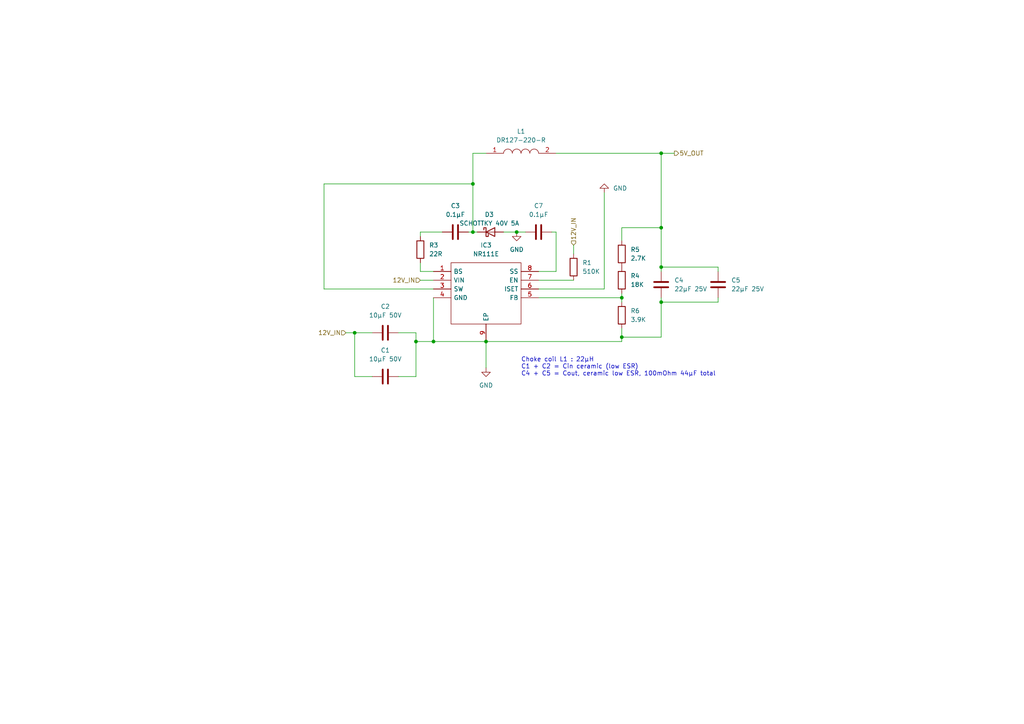
<source format=kicad_sch>
(kicad_sch (version 20230121) (generator eeschema)
  (paper "A4")
  (lib_symbols
    (symbol "Device:C" (pin_numbers hide) (pin_names (offset 0.254))
      (property "Reference" "C" (at 0.635 2.54 0))
      (property "Value" "C" (at 0.635 -2.54 0))
      (symbol "C_0_1"
        (polyline (pts (xy -2.032 -0.762) (xy 2.032 -0.762)) (stroke (width 0.508)))
        (polyline (pts (xy -2.032 0.762) (xy 2.032 0.762)) (stroke (width 0.508)))
      )
      (symbol "C_1_1"
        (pin passive line (at 0 3.81 270) (length 2.794) (name "~") (number "1"))
        (pin passive line (at 0 -3.81 90) (length 2.794) (name "~") (number "2"))
      )
    )
    (symbol "Device:D_Schottky" (pin_numbers hide) (pin_names (offset 1.016) hide)
      (property "Reference" "D" (at 0 2.54 0))
      (property "Value" "D_Schottky" (at 0 -2.54 0))
      (symbol "D_Schottky_0_1"
        (polyline (pts (xy 1.27 0) (xy -1.27 0)))
        (polyline (pts (xy 1.27 1.27) (xy 1.27 -1.27) (xy -1.27 0) (xy 1.27 1.27)) (stroke (width 0.254)))
        (polyline (pts (xy -1.905 0.635) (xy -1.905 1.27) (xy -1.27 1.27) (xy -1.27 -1.27) (xy -0.635 -1.27) (xy -0.635 -0.635)) (stroke (width 0.254)))
      )
      (symbol "D_Schottky_1_1"
        (pin passive line (at -3.81 0 0) (length 2.54) (name "K") (number "1"))
        (pin passive line (at 3.81 0 180) (length 2.54) (name "A") (number "2"))
      )
    )
    (symbol "Device:R" (pin_numbers hide) (pin_names (offset 0))
      (property "Reference" "R" (at 2.032 0 90))
      (property "Value" "R" (at 0 0 90))
      (symbol "R_0_1"
        (rectangle (start -1.016 -2.54) (end 1.016 2.54) (stroke (width 0.254)))
      )
      (symbol "R_1_1"
        (pin passive line (at 0 3.81 270) (length 1.27) (name "~") (number "1"))
        (pin passive line (at 0 -3.81 90) (length 1.27) (name "~") (number "2"))
      )
    )
    (symbol "SamacSys_Parts:DR127-220-R" (pin_names (offset 0.762))
      (property "Reference" "L" (at 16.51 6.35 0))
      (property "Value" "DR127-220-R" (at 16.51 3.81 0))
      (symbol "DR127-220-R_0_0"
        (pin passive line (at 0 0 0) (length 5.08) (name "~") (number "1"))
        (pin passive line (at 20.32 0 180) (length 5.08) (name "~") (number "2"))
      )
      (symbol "DR127-220-R_0_1"
        (arc (start 7.62 0) (mid 6.35 1.2202) (end 5.08 0) (stroke (width 0.1524)))
        (arc (start 10.16 0) (mid 8.89 1.2202) (end 7.62 0) (stroke (width 0.1524)))
        (arc (start 12.7 0) (mid 11.43 1.2202) (end 10.16 0) (stroke (width 0.1524)))
        (arc (start 15.24 0) (mid 13.97 1.2202) (end 12.7 0) (stroke (width 0.1524)))
      )
    )
    (symbol "SamacSys_Parts:NR111E" (pin_names (offset 0.762))
      (property "Reference" "IC" (at 26.67 7.62 0))
      (property "Value" "NR111E" (at 26.67 5.08 0))
      (symbol "NR111E_0_0"
        (pin passive line (at 0 0 0) (length 5.08) (name "BS") (number "1"))
        (pin passive line (at 0 -2.54 0) (length 5.08) (name "VIN") (number "2"))
        (pin passive line (at 0 -5.08 0) (length 5.08) (name "SW") (number "3"))
        (pin passive line (at 0 -7.62 0) (length 5.08) (name "GND") (number "4"))
        (pin passive line (at 30.48 -7.62 180) (length 5.08) (name "FB") (number "5"))
        (pin passive line (at 30.48 -5.08 180) (length 5.08) (name "ISET") (number "6"))
        (pin passive line (at 30.48 -2.54 180) (length 5.08) (name "EN") (number "7"))
        (pin passive line (at 30.48 0 180) (length 5.08) (name "SS") (number "8"))
        (pin passive line (at 15.24 -20.32 90) (length 5.08) (name "EP") (number "9"))
      )
      (symbol "NR111E_0_1"
        (polyline (pts (xy 5.08 2.54) (xy 25.4 2.54) (xy 25.4 -15.24) (xy 5.08 -15.24) (xy 5.08 2.54)) (stroke (width 0.1524)))
      )
    )
    (symbol "power:GND" (power) (pin_names (offset 0))
      (property "Value" "GND" (at 0 -3.81 0))
      (symbol "GND_0_1"
        (polyline (pts (xy 0 0) (xy 0 -1.27) (xy 1.27 -1.27) (xy 0 -2.54) (xy -1.27 -1.27) (xy 0 -1.27)))
      )
      (symbol "GND_1_1"
        (pin power_in line (at 0 0 270) (length 0) hide (name "GND") (number "1"))
      )
    )
  )
  (junction (at 149.86 67.31))
  (junction (at 180.34 86.36))
  (junction (at 120.65 99.06))
  (junction (at 140.97 99.06))
  (junction (at 137.16 53.34))
  (junction (at 191.77 44.45))
  (junction (at 102.87 96.52))
  (junction (at 191.77 66.04))
  (junction (at 125.73 99.06))
  (junction (at 191.77 87.63))
  (junction (at 191.77 77.47))
  (junction (at 137.16 67.31))
  (junction (at 180.34 97.79))
  (wire (pts (xy 191.77 87.63) (xy 208.28 87.63)))
  (wire (pts (xy 191.77 44.45) (xy 191.77 66.04)))
  (wire (pts (xy 156.21 81.28) (xy 166.37 81.28)))
  (wire (pts (xy 149.86 67.31) (xy 152.4 67.31)))
  (wire (pts (xy 191.77 87.63) (xy 191.77 97.79)))
  (wire (pts (xy 191.77 97.79) (xy 180.34 97.79)))
  (wire (pts (xy 166.37 71.12) (xy 166.37 73.66)))
  (wire (pts (xy 120.65 99.06) (xy 125.73 99.06)))
  (wire (pts (xy 140.97 99.06) (xy 140.97 106.68)))
  (wire (pts (xy 161.29 44.45) (xy 191.77 44.45)))
  (wire (pts (xy 125.73 78.74) (xy 121.92 78.74)))
  (wire (pts (xy 102.87 96.52) (xy 102.87 109.22)))
  (wire (pts (xy 121.92 78.74) (xy 121.92 76.2)))
  (wire (pts (xy 156.21 86.36) (xy 180.34 86.36)))
  (wire (pts (xy 120.65 99.06) (xy 120.65 109.22)))
  (wire (pts (xy 175.26 55.88) (xy 175.26 83.82)))
  (wire (pts (xy 102.87 109.22) (xy 107.95 109.22)))
  (wire (pts (xy 180.34 85.09) (xy 180.34 86.36)))
  (wire (pts (xy 175.26 83.82) (xy 156.21 83.82)))
  (wire (pts (xy 125.73 99.06) (xy 140.97 99.06)))
  (wire (pts (xy 125.73 86.36) (xy 125.73 99.06)))
  (wire (pts (xy 115.57 96.52) (xy 120.65 96.52)))
  (wire (pts (xy 100.33 96.52) (xy 102.87 96.52)))
  (wire (pts (xy 161.29 67.31) (xy 160.02 67.31)))
  (wire (pts (xy 107.95 96.52) (xy 102.87 96.52)))
  (wire (pts (xy 180.34 86.36) (xy 180.34 87.63)))
  (wire (pts (xy 180.34 97.79) (xy 180.34 95.25)))
  (wire (pts (xy 93.98 53.34) (xy 137.16 53.34)))
  (wire (pts (xy 140.97 44.45) (xy 137.16 44.45)))
  (wire (pts (xy 137.16 53.34) (xy 137.16 67.31)))
  (wire (pts (xy 180.34 69.85) (xy 180.34 66.04)))
  (wire (pts (xy 115.57 109.22) (xy 120.65 109.22)))
  (wire (pts (xy 180.34 99.06) (xy 180.34 97.79)))
  (wire (pts (xy 191.77 77.47) (xy 208.28 77.47)))
  (wire (pts (xy 161.29 78.74) (xy 161.29 67.31)))
  (wire (pts (xy 140.97 99.06) (xy 180.34 99.06)))
  (wire (pts (xy 191.77 44.45) (xy 195.58 44.45)))
  (wire (pts (xy 191.77 77.47) (xy 191.77 78.74)))
  (wire (pts (xy 191.77 86.36) (xy 191.77 87.63)))
  (wire (pts (xy 121.92 68.58) (xy 121.92 67.31)))
  (wire (pts (xy 93.98 83.82) (xy 93.98 53.34)))
  (wire (pts (xy 191.77 66.04) (xy 191.77 77.47)))
  (wire (pts (xy 137.16 44.45) (xy 137.16 53.34)))
  (wire (pts (xy 208.28 78.74) (xy 208.28 77.47)))
  (wire (pts (xy 125.73 83.82) (xy 93.98 83.82)))
  (wire (pts (xy 208.28 86.36) (xy 208.28 87.63)))
  (wire (pts (xy 120.65 96.52) (xy 120.65 99.06)))
  (wire (pts (xy 135.89 67.31) (xy 137.16 67.31)))
  (wire (pts (xy 156.21 78.74) (xy 161.29 78.74)))
  (wire (pts (xy 121.92 81.28) (xy 125.73 81.28)))
  (wire (pts (xy 146.05 67.31) (xy 149.86 67.31)))
  (wire (pts (xy 121.92 67.31) (xy 128.27 67.31)))
  (wire (pts (xy 180.34 66.04) (xy 191.77 66.04)))
  (wire (pts (xy 137.16 67.31) (xy 138.43 67.31)))
  (text "Choke coil L1 : 22µH\nC1 + C2 = Cin ceramic (low ESR)\nC4 + C5 = Cout, ceramic low ESR, 100mOhm 44µF total\n" (at 151.13 109.22 0) (effects (font (size 1.27 1.27)) (justify left bottom)))
  (hierarchical_label "12V_IN" (shape input) (at 100.33 96.52 180))
  (hierarchical_label "12V_IN" (shape input) (at 121.92 81.28 180))
  (hierarchical_label "5V_OUT" (shape output) (at 195.58 44.45 0))
  (hierarchical_label "12V_IN" (shape input) (at 166.37 71.12 90))
  (symbol (lib_id "power:GND") (at 175.26 55.88 180) (unit 1)
    (property "Reference" "#PWR032" (effects hide))
    (property "Value" "GND" (at 177.8 54.6099 0) (effects (justify right)))
    (instances (project "DashSpy" (path "" (reference "#PWR032") (unit 1))) (project "VXDash" (path "" (reference "#PWR07") (unit 1)) (path "" (reference "#PWR014") (unit 1))))
  )
  (symbol (lib_id "Device:R") (at 180.34 91.44 180) (unit 1)
    (property "Reference" "R6" (at 182.88 90.1699 0) (effects (justify right)))
    (property "Value" "3.9K" (at 182.88 92.7099 0) (effects (justify right)))
    (property "Footprint" "Resistor_SMD:R_0603_1608Metric" (effects hide))
    (property "Datasheet" "https://www.yageo.com/upload/media/product/productsearch/datasheet/rchip/PYu-RC_Group_51_RoHS_L_12.pdf" (effects hide))
    (property "Manufacturer_Part_Number" "RC0603FR-073K9L" (effects hide))
    (property "Manufacturer_Name" "Yageo" (effects hide))
    (property "Description" "RES 3.9K OHM 1% 1/10W 0603" (effects hide))
    (instances (project "DashSpy" (path "" (reference "R6") (unit 1))) (project "VXDash" (path "" (reference "R5") (unit 1)) (path "" (reference "R10") (unit 1))))
  )
  (symbol (lib_id "power:GND") (at 140.97 106.68 0) (unit 1)
    (property "Reference" "#PWR027" (effects hide))
    (property "Value" "GND" (at 140.97 111.76 0))
    (instances (project "DashSpy" (path "" (reference "#PWR027") (unit 1))) (project "VXDash" (path "" (reference "#PWR05") (unit 1)) (path "" (reference "#PWR012") (unit 1))))
  )
  (symbol (lib_id "Device:C") (at 132.08 67.31 90) (unit 1)
    (property "Reference" "C3" (at 132.08 59.69 90))
    (property "Value" "0.1µF" (at 132.08 62.23 90))
    (property "Footprint" "Capacitor_SMD:C_0603_1608Metric" (effects hide))
    (property "Datasheet" "https://media.digikey.com/pdf/Data%20Sheets/Samsung%20PDFs/CL10B104KB8NNWC_Spec.pdf" (effects hide))
    (property "Manufacturer_Part_Number" "CL10B104KB8NNWC" (effects hide))
    (property "Manufacturer_Name" "Samsung" (effects hide))
    (property "Description" "CAP CER 0.1UF 50V X7R 0603" (effects hide))
    (instances (project "DashSpy" (path "" (reference "C3") (unit 1))) (project "VXDash" (path "" (reference "C7") (unit 1)) (path "" (reference "C13") (unit 1))))
  )
  (symbol (lib_id "Device:D_Schottky") (at 142.24 67.31 0) (unit 1)
    (property "Reference" "D3" (at 141.9225 62.23 0))
    (property "Value" "SCHOTTKY 40V 5A" (at 141.9225 64.77 0))
    (property "Footprint" "Diode_SMD:D_SOD-128" (effects hide))
    (property "Datasheet" "https://assets.nexperia.com/documents/data-sheet/PMEG4050EP.pdf" (effects hide))
    (property "Manufacturer_Part_Number" "PMEG4050EP,115" (effects hide))
    (property "Manufacturer_Name" "Nexperia" (effects hide))
    (property "Description" "DIODE SCHOTTKY 40V 5A SOD128" (effects hide))
    (instances (project "DashSpy" (path "" (reference "D3") (unit 1))) (project "VXDash" (path "" (reference "D1") (unit 1)) (path "" (reference "D4") (unit 1))))
  )
  (symbol (lib_id "power:GND") (at 149.86 67.31 0) (unit 1)
    (property "Reference" "#PWR028" (effects hide))
    (property "Value" "GND" (at 149.86 72.39 0))
    (instances (project "DashSpy" (path "" (reference "#PWR028") (unit 1))) (project "VXDash" (path "" (reference "#PWR06") (unit 1)) (path "" (reference "#PWR013") (unit 1))))
  )
  (symbol (lib_id "Device:R") (at 180.34 73.66 0) (unit 1)
    (property "Reference" "R5" (at 182.88 72.3899 0) (effects (justify left)))
    (property "Value" "2.7K" (at 182.88 74.9299 0) (effects (justify left)))
    (property "Footprint" "Resistor_SMD:R_0603_1608Metric" (effects hide))
    (property "Datasheet" "https://www.yageo.com/upload/media/product/productsearch/datasheet/rchip/PYu-RC_Group_51_RoHS_L_12.pdf" (effects hide))
    (property "Manufacturer_Part_Number" "RC0603FR-072K7L" (effects hide))
    (property "Manufacturer_Name" "Yageo" (effects hide))
    (property "Description" "RES 2.7K OHM 1% 1/10W 0603" (effects hide))
    (instances (project "DashSpy" (path "" (reference "R5") (unit 1))) (project "VXDash" (path "" (reference "R3") (unit 1)) (path "" (reference "R8") (unit 1))))
  )
  (symbol (lib_id "Device:C") (at 111.76 109.22 90) (unit 1)
    (property "Reference" "C1" (at 111.76 101.6 90))
    (property "Value" "10µF 50V" (at 111.76 104.14 90))
    (property "Footprint" "Capacitor_SMD:C_1206_3216Metric" (effects hide))
    (property "Datasheet" "https://media.digikey.com/pdf/Data%20Sheets/Samsung%20PDFs/CL31B106KBHNNNE_Spec.pdf" (effects hide))
    (property "Manufacturer_Part_Number" "CL31B106KBHNNNE" (effects hide))
    (property "Manufacturer_Name" "Samsung" (effects hide))
    (property "Description" "CAP CER 10UF 50V X7R 1206" (effects hide))
    (instances (project "DashSpy" (path "" (reference "C1") (unit 1))) (project "VXDash" (path "" (reference "C6") (unit 1)) (path "" (reference "C12") (unit 1))))
  )
  (symbol (lib_id "Device:R") (at 166.37 77.47 0) (unit 1)
    (property "Reference" "R1" (at 168.91 76.1999 0) (effects (justify left)))
    (property "Value" "510K" (at 168.91 78.7399 0) (effects (justify left)))
    (property "Footprint" "Resistor_SMD:R_0603_1608Metric" (effects hide))
    (property "Datasheet" "https://www.koaspeer.com/pdfs/RK73B.pdf" (effects hide))
    (property "Description" "510kOhm 1% 1/10W" (effects hide))
    (instances (project "DashSpy" (path "" (reference "R1") (unit 1))) (project "VXDash" (path "" (reference "R2") (unit 1)) (path "" (reference "R7") (unit 1))))
  )
  (symbol (lib_id "Device:R") (at 121.92 72.39 180) (unit 1)
    (property "Reference" "R3" (at 124.46 71.1199 0) (effects (justify right)))
    (property "Value" "22R" (at 124.46 73.6599 0) (effects (justify right)))
    (property "Footprint" "Resistor_SMD:R_0603_1608Metric" (effects hide))
    (property "Datasheet" "https://www.yageo.com/upload/media/product/productsearch/datasheet/rchip/PYu-RC_Group_51_RoHS_L_12.pdf" (effects hide))
    (property "Manufacturer_Part_Number" "RC0603FR-0722RL" (effects hide))
    (property "Manufacturer_Name" "Yageo" (effects hide))
    (property "Description" "RES 22 OHM 1% 1/10W 0603" (effects hide))
    (instances (project "DashSpy" (path "" (reference "R3") (unit 1))) (project "VXDash" (path "" (reference "R1") (unit 1)) (path "" (reference "R6") (unit 1))))
  )
  (symbol (lib_id "Device:C") (at 191.77 82.55 0) (unit 1)
    (property "Reference" "C4" (at 195.58 81.2799 0) (effects (justify left)))
    (property "Value" "22µF 25V" (at 195.58 83.8199 0) (effects (justify left)))
    (property "Footprint" "Capacitor_SMD:C_1210_3225Metric" (effects hide))
    (property "Datasheet" "https://media.digikey.com/pdf/Data%20Sheets/Taiyo%20Yuden%20PDFs%20URL%20links/TMK325B7226KM-PR_SS.pdf" (effects hide))
    (property "Manufacturer_Part_Number" "TMK325B7226KM-PR" (effects hide))
    (property "Manufacturer_Name" "Taiyo" (effects hide))
    (property "Description" "CAP CER 22UF 25V X7R 1210" (effects hide))
    (instances (project "DashSpy" (path "" (reference "C4") (unit 1))) (project "VXDash" (path "" (reference "C9") (unit 1)) (path "" (reference "C15") (unit 1))))
  )
  (symbol (lib_id "Device:R") (at 180.34 81.28 0) (unit 1)
    (property "Reference" "R4" (at 182.88 80.0099 0) (effects (justify left)))
    (property "Value" "18K" (at 182.88 82.5499 0) (effects (justify left)))
    (property "Footprint" "Resistor_SMD:R_0603_1608Metric" (effects hide))
    (property "Datasheet" "https://www.yageo.com/upload/media/product/productsearch/datasheet/rchip/PYu-RC_Group_51_RoHS_L_12.pdf" (effects hide))
    (property "Manufacturer_Part_Number" "RC0603FR-0718KL" (effects hide))
    (property "Manufacturer_Name" "Yageo" (effects hide))
    (property "Description" "RES 18K OHM 1% 1/10W 0603" (effects hide))
    (instances (project "DashSpy" (path "" (reference "R4") (unit 1))) (project "VXDash" (path "" (reference "R4") (unit 1)) (path "" (reference "R9") (unit 1))))
  )
  (symbol (lib_id "Device:C") (at 111.76 96.52 90) (unit 1)
    (property "Reference" "C2" (at 111.76 88.9 90))
    (property "Value" "10µF 50V" (at 111.76 91.44 90))
    (property "Footprint" "Capacitor_SMD:C_1206_3216Metric" (effects hide))
    (property "Datasheet" "https://media.digikey.com/pdf/Data%20Sheets/Samsung%20PDFs/CL31B106KBHNNNE_Spec.pdf" (effects hide))
    (property "Manufacturer_Part_Number" "CL31B106KBHNNNE" (effects hide))
    (property "Manufacturer_Name" "Samsung" (effects hide))
    (property "Description" "CAP CER 10UF 50V X7R 1206" (effects hide))
    (instances (project "DashSpy" (path "" (reference "C2") (unit 1))) (project "VXDash" (path "" (reference "C5") (unit 1)) (path "" (reference "C11") (unit 1))))
  )
  (symbol (lib_id "Device:C") (at 208.28 82.55 0) (unit 1)
    (property "Reference" "C5" (at 212.09 81.2799 0) (effects (justify left)))
    (property "Value" "22µF 25V" (at 212.09 83.8199 0) (effects (justify left)))
    (property "Footprint" "Capacitor_SMD:C_1210_3225Metric" (effects hide))
    (property "Datasheet" "https://media.digikey.com/pdf/Data%20Sheets/Taiyo%20Yuden%20PDFs%20URL%20links/TMK325B7226KM-PR_SS.pdf" (effects hide))
    (property "Manufacturer_Part_Number" "TMK325B7226KM-PR" (effects hide))
    (property "Manufacturer_Name" "Taiyo" (effects hide))
    (property "Description" "CAP CER 22UF 25V X7R 1210" (effects hide))
    (instances (project "DashSpy" (path "" (reference "C5") (unit 1))) (project "VXDash" (path "" (reference "C10") (unit 1)) (path "" (reference "C16") (unit 1))))
  )
  (symbol (lib_id "SamacSys_Parts:NR111E") (at 125.73 78.74 0) (unit 1)
    (property "Reference" "IC3" (at 140.97 71.12 0))
    (property "Value" "NR111E" (at 140.97 73.66 0))
    (property "Footprint" "SamacSys_Parts:SOIC127P641X150-9N" (effects hide))
    (property "Datasheet" "https://datasheet.datasheetarchive.com/originals/distributors/Datasheets-DGA13/1278427.pdf" (effects hide))
    (property "Description" "IC REG BUCK ADJUSTABLE 4A 8SOIC" (effects hide))
    (property "Height" "1.498" (effects hide))
    (property "Manufacturer_Name" "SANKEN ELECTRIC CO." (effects hide))
    (property "Manufacturer_Part_Number" "NR111E" (effects hide))
    (instances (project "DashSpy" (path "" (reference "IC3") (unit 1))) (project "VXDash" (path "" (reference "IC2") (unit 1)) (path "" (reference "IC4") (unit 1))))
  )
  (symbol (lib_id "SamacSys_Parts:DR127-220-R") (at 140.97 44.45 0) (unit 1)
    (property "Reference" "L1" (at 151.13 38.1 0))
    (property "Value" "DR127-220-R" (at 151.13 40.64 0))
    (property "Footprint" "Inductor_SMD:L_12x12mm_H8mm" (effects hide))
    (property "Datasheet" "http://www.farnell.com/datasheets/87246.pdf" (effects hide))
    (property "Description" "FIXED IND 22UH 4A 39.1 MOHM SMD" (effects hide))
    (property "Height" "8" (effects hide))
    (property "Manufacturer_Name" "COILTRONICS" (effects hide))
    (property "Manufacturer_Part_Number" "DR127-220-R" (effects hide))
    (instances (project "DashSpy" (path "" (reference "L1") (unit 1))) (project "VXDash" (path "" (reference "L1") (unit 1)) (path "" (reference "L2") (unit 1))))
  )
  (symbol (lib_id "Device:C") (at 156.21 67.31 90) (mirror x) (unit 1)
    (property "Reference" "C7" (at 156.21 59.69 90))
    (property "Value" "0.1µF" (at 156.21 62.23 90))
    (property "Footprint" "Capacitor_SMD:C_0603_1608Metric" (effects hide))
    (property "Datasheet" "https://media.digikey.com/pdf/Data%20Sheets/Samsung%20PDFs/CL10B104KB8NNWC_Spec.pdf" (effects hide))
    (property "Manufacturer_Part_Number" "CL10B104KB8NNWC" (effects hide))
    (property "Manufacturer_Name" "Samsung" (effects hide))
    (property "Description" "CAP CER 0.1UF 50V X7R 0603" (effects hide))
    (instances (project "DashSpy" (path "" (reference "C7") (unit 1))) (project "VXDash" (path "" (reference "C8") (unit 1)) (path "" (reference "C14") (unit 1))))
  )
)
</source>
